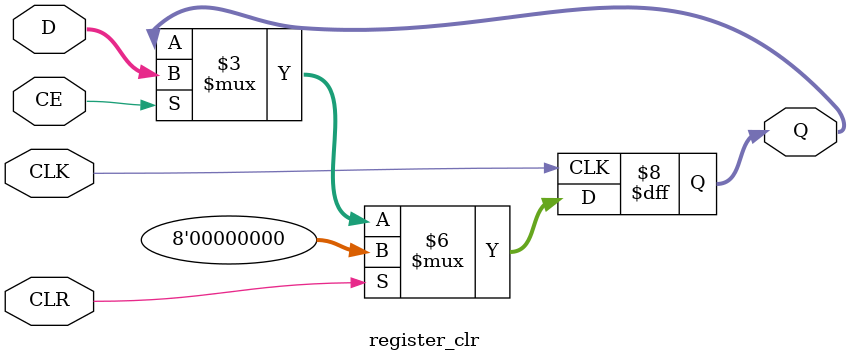
<source format=v>
module prescaler #(
    parameter MODULO = 100000000,
    parameter W = 27
    
)
(
    input CLK,
    input CE,
    output CEO
);

reg [W-1:0] Q = 0;

always @(posedge CLK)
    if (CE)
        if (Q == MODULO-1)
            Q <= {W{1'd0}};
        else
            Q <= Q+1;     

    assign CEO = CE & (Q == MODULO-1);
    
endmodule

module up_cnt_mod #(  
    parameter MODULO = 10,
    parameter W = 4 
)
(
    input               CLK,
    input               CE,
    input               CLR,
    output reg [W-1:0]  Q = 0,
    output              CO
);

always @(posedge CLK)
    if (CLR)
        Q <= {W{1'd0}};
    else if (CE)
        if (Q == MODULO-1)
            Q <= {W{1'd0}};
        else
            Q <= Q+1;
            
    assign CO = CE & (Q == MODULO-1);

endmodule

module shift_reg #(
    parameter W = 8
)
(
    input               CLK,
    input               CE,
    input               CLR,
    input               DIR, //1 - right, 0 - left
    input               D,
    output reg [W-1:0]  Q = 0
);

always @(posedge CLK)
    if (CLR)
        Q <= {W{1'd0}};
    else if(CE)
        if( DIR )
            Q <= {D,Q[W-1:1]};
        else
            Q <= {Q[W-2:0],D};


endmodule

module register #(
    parameter W=8 
)
(
    input               CLK,
    input               CE,
    input [W-1:0]       D,
    output reg [W-1:0]  Q = 0
);

always @(posedge CLK)
    if(CE)
        Q <= D;

endmodule

module register_clr #(
    parameter W=8 
)
(
    input               CLK,
    input               CE,
    input               CLR,
    input [W-1:0]       D,
    output reg [W-1:0]  Q = 0
);

always @(posedge CLK)
    if (CLR)
        Q <= {W{1'd0}};
    else if (CE)    
        Q <= D;

endmodule

</source>
